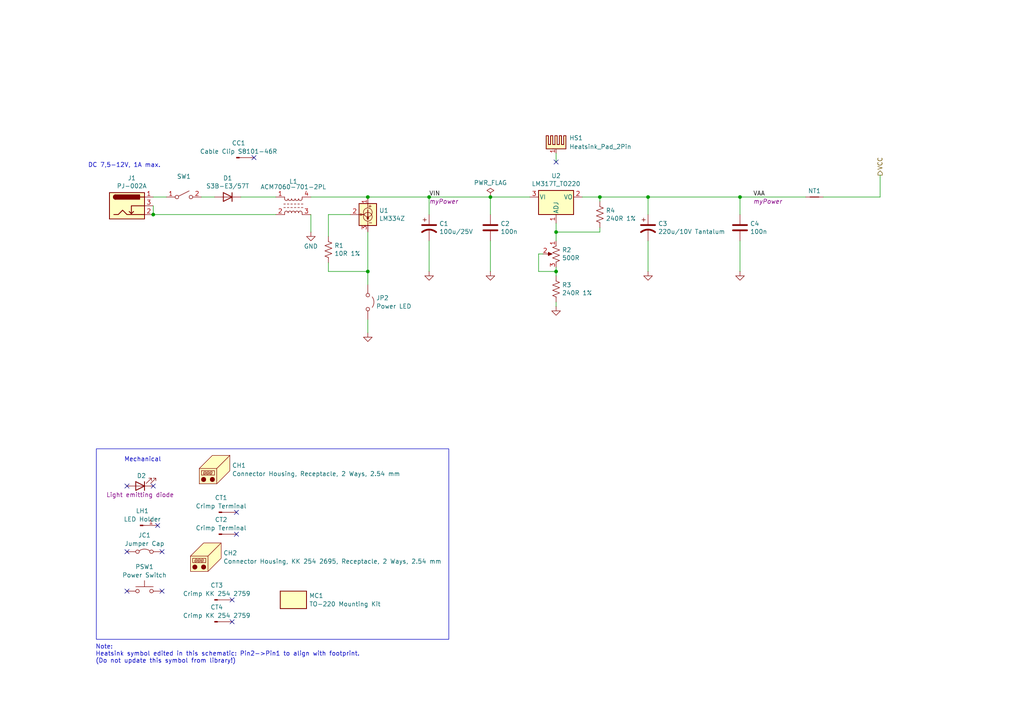
<source format=kicad_sch>
(kicad_sch (version 20250114) (generator "eeschema") (generator_version "9.0")
  (paper "A4")
  (title_block (title "Power") (company "University of Niš, Faculty of Electronic Engineering, Department of Microelectronics") (comment 1 "Product: Temperature Logger TL-01"))
  (lib_symbols
    (symbol "Conn_01x01_Pin_1" (pin_numbers (hide yes)) (pin_names (offset 1.016) (hide yes))
      (property "Reference" "J" (at 0 2.54 0))
      (property "Value" "Conn_01x01_Pin" (at 0 -2.54 0))
      (symbol "Conn_01x01_Pin_1_1_1"
        (rectangle (start 0.8636 0.127) (end 0 -0.127) (stroke (width 0.1524)) (fill (type outline)))
        (polyline (pts (xy 1.27 0) (xy 0.8636 0)) (stroke (width 0.1524)))
        (pin passive line (at 5.08 0 180) (length 3.81) (name "Pin_1") (number "1"))
      )
    )
    (symbol "Conn_01x01_Pin_2" (pin_numbers (hide yes)) (pin_names (offset 1.016) (hide yes))
      (property "Reference" "J" (at 0 2.54 0))
      (property "Value" "Conn_01x01_Pin" (at 0 -2.54 0))
      (symbol "Conn_01x01_Pin_2_1_1"
        (rectangle (start 0.8636 0.127) (end 0 -0.127) (stroke (width 0.1524)) (fill (type outline)))
        (polyline (pts (xy 1.27 0) (xy 0.8636 0)) (stroke (width 0.1524)))
        (pin passive line (at 5.08 0 180) (length 3.81) (name "Pin_1") (number "1"))
      )
    )
    (symbol "Conn_01x01_Pin_3" (pin_numbers (hide yes)) (pin_names (offset 1.016) (hide yes))
      (property "Reference" "J" (at 0 2.54 0))
      (property "Value" "Conn_01x01_Pin" (at 0 -2.54 0))
      (symbol "Conn_01x01_Pin_3_1_1"
        (rectangle (start 0.8636 0.127) (end 0 -0.127) (stroke (width 0.1524)) (fill (type outline)))
        (polyline (pts (xy 1.27 0) (xy 0.8636 0)) (stroke (width 0.1524)))
        (pin passive line (at 5.08 0 180) (length 3.81) (name "Pin_1") (number "1"))
      )
    )
    (symbol "Connector:Barrel_Jack_Switch" (pin_names (hide yes))
      (property "Reference" "J" (at 0 5.334 0))
      (property "Value" "Barrel_Jack_Switch" (at 0 -5.08 0))
      (symbol "Barrel_Jack_Switch_0_1"
        (rectangle (start -5.08 3.81) (end 5.08 -3.81) (stroke (width 0.254)) (fill (type background)))
        (polyline (pts (xy -3.81 -2.54) (xy -2.54 -2.54) (xy -1.27 -1.27) (xy 0 -2.54) (xy 2.54 -2.54) (xy 5.08 -2.54)) (stroke (width 0.254)))
        (arc (start -3.302 1.905) (mid -3.9343 2.54) (end -3.302 3.175) (stroke (width 0.254)))
        (arc (start -3.302 1.905) (mid -3.9343 2.54) (end -3.302 3.175) (stroke (width 0.254)) (fill (type outline)))
        (polyline (pts (xy 1.27 -2.286) (xy 1.905 -1.651)) (stroke (width 0.254)))
        (rectangle (start 3.683 3.175) (end -3.302 1.905) (stroke (width 0.254)) (fill (type outline)))
        (polyline (pts (xy 5.08 2.54) (xy 3.81 2.54)) (stroke (width 0.254)))
        (polyline (pts (xy 5.08 0) (xy 1.27 0) (xy 1.27 -2.286) (xy 0.635 -1.651)) (stroke (width 0.254)))
      )
      (symbol "Barrel_Jack_Switch_1_1"
        (pin passive line (at 7.62 2.54 180) (length 2.54) (name "~") (number "1"))
        (pin passive line (at 7.62 0 180) (length 2.54) (name "~") (number "3"))
        (pin passive line (at 7.62 -2.54 180) (length 2.54) (name "~") (number "2"))
      )
    )
    (symbol "Connector:Conn_01x01_Pin" (pin_names (offset 1.016) (hide yes))
      (property "Reference" "J" (at 0 2.54 0))
      (property "Value" "Conn_01x01_Pin" (at 0 -2.54 0))
      (symbol "Conn_01x01_Pin_1_1"
        (rectangle (start 0.8636 0.127) (end 0 -0.127) (stroke (width 0.1524)) (fill (type outline)))
        (polyline (pts (xy 1.27 0) (xy 0.8636 0)) (stroke (width 0.1524)))
        (pin passive line (at 5.08 0 180) (length 3.81) (name "Pin_1") (number "1"))
      )
    )
    (symbol "Device:C" (pin_numbers (hide yes)) (pin_names (offset 0.254))
      (property "Reference" "C" (at 0.635 2.54 0))
      (property "Value" "C" (at 0.635 -2.54 0))
      (symbol "C_0_1"
        (polyline (pts (xy -2.032 0.762) (xy 2.032 0.762)) (stroke (width 0.508)))
        (polyline (pts (xy -2.032 -0.762) (xy 2.032 -0.762)) (stroke (width 0.508)))
      )
      (symbol "C_1_1"
        (pin passive line (at 0 3.81 270) (length 2.794) (name "~") (number "1"))
        (pin passive line (at 0 -3.81 90) (length 2.794) (name "~") (number "2"))
      )
    )
    (symbol "Device:C_Polarized_US" (pin_numbers (hide yes)) (pin_names (offset 0.254) (hide yes))
      (property "Reference" "C" (at 0.635 2.54 0))
      (property "Value" "C_Polarized_US" (at 0.635 -2.54 0))
      (symbol "C_Polarized_US_0_1"
        (polyline (pts (xy -2.032 0.762) (xy 2.032 0.762)) (stroke (width 0.508)))
        (polyline (pts (xy -1.778 2.286) (xy -0.762 2.286)))
        (polyline (pts (xy -1.27 1.778) (xy -1.27 2.794)))
        (arc (start -2.032 -1.27) (mid 0 -0.5572) (end 2.032 -1.27) (stroke (width 0.508)))
      )
      (symbol "C_Polarized_US_1_1"
        (pin passive line (at 0 3.81 270) (length 2.794) (name "~") (number "1"))
        (pin passive line (at 0 -3.81 90) (length 3.302) (name "~") (number "2"))
      )
    )
    (symbol "Device:LED" (pin_numbers (hide yes)) (pin_names (offset 1.016) (hide yes))
      (property "Reference" "D" (at 0 2.54 0))
      (property "Value" "LED" (at 0 -2.54 0))
      (symbol "LED_0_1"
        (polyline (pts (xy -3.048 -0.762) (xy -4.572 -2.286) (xy -3.81 -2.286) (xy -4.572 -2.286) (xy -4.572 -1.524)))
        (polyline (pts (xy -1.778 -0.762) (xy -3.302 -2.286) (xy -2.54 -2.286) (xy -3.302 -2.286) (xy -3.302 -1.524)))
        (polyline (pts (xy -1.27 0) (xy 1.27 0)))
        (polyline (pts (xy -1.27 -1.27) (xy -1.27 1.27)) (stroke (width 0.254)))
        (polyline (pts (xy 1.27 -1.27) (xy 1.27 1.27) (xy -1.27 0) (xy 1.27 -1.27)) (stroke (width 0.254)))
      )
      (symbol "LED_1_1"
        (pin passive line (at -3.81 0 0) (length 2.54) (name "K") (number "1"))
        (pin passive line (at 3.81 0 180) (length 2.54) (name "A") (number "2"))
      )
    )
    (symbol "Device:NetTie_2" (pin_numbers (hide yes)) (pin_names (offset 0) (hide yes)) (in_bom no)
      (property "Reference" "NT" (at 0 1.27 0))
      (property "Value" "NetTie_2" (at 0 -1.27 0))
      (symbol "NetTie_2_0_1"
        (polyline (pts (xy -1.27 0) (xy 1.27 0)) (stroke (width 0.254)))
      )
      (symbol "NetTie_2_1_1"
        (pin passive line (at -2.54 0 0) (length 2.54) (name "1") (number "1"))
        (pin passive line (at 2.54 0 180) (length 2.54) (name "2") (number "2"))
      )
    )
    (symbol "Device:R_Potentiometer_US" (pin_names (offset 1.016) (hide yes))
      (property "Reference" "RV" (at -4.445 0 90))
      (property "Value" "R_Potentiometer_US" (at -2.54 0 90))
      (symbol "R_Potentiometer_US_0_1"
        (polyline (pts (xy 0 2.54) (xy 0 2.286)))
        (polyline (pts (xy 0 2.286) (xy 1.016 1.905) (xy 0 1.524) (xy -1.016 1.143) (xy 0 0.762)))
        (polyline (pts (xy 0 0.762) (xy 1.016 0.381) (xy 0 0) (xy -1.016 -0.381) (xy 0 -0.762)))
        (polyline (pts (xy 0 -0.762) (xy 1.016 -1.143) (xy 0 -1.524) (xy -1.016 -1.905) (xy 0 -2.286)))
        (polyline (pts (xy 0 -2.286) (xy 0 -2.54)))
        (polyline (pts (xy 1.143 0) (xy 2.286 0.508) (xy 2.286 -0.508) (xy 1.143 0)) (fill (type outline)))
        (polyline (pts (xy 2.54 0) (xy 1.524 0)))
      )
      (symbol "R_Potentiometer_US_1_1"
        (pin passive line (at 0 3.81 270) (length 1.27) (name "1") (number "1"))
        (pin passive line (at 0 -3.81 90) (length 1.27) (name "3") (number "3"))
        (pin passive line (at 3.81 0 180) (length 1.27) (name "2") (number "2"))
      )
    )
    (symbol "Device:R_US" (pin_numbers (hide yes)) (pin_names (offset 0))
      (property "Reference" "R" (at 2.54 0 90))
      (property "Value" "R_US" (at -2.54 0 90))
      (symbol "R_US_0_1"
        (polyline (pts (xy 0 2.286) (xy 0 2.54)))
        (polyline (pts (xy 0 2.286) (xy 1.016 1.905) (xy 0 1.524) (xy -1.016 1.143) (xy 0 0.762)))
        (polyline (pts (xy 0 0.762) (xy 1.016 0.381) (xy 0 0) (xy -1.016 -0.381) (xy 0 -0.762)))
        (polyline (pts (xy 0 -0.762) (xy 1.016 -1.143) (xy 0 -1.524) (xy -1.016 -1.905) (xy 0 -2.286)))
        (polyline (pts (xy 0 -2.286) (xy 0 -2.54)))
      )
      (symbol "R_US_1_1"
        (pin passive line (at 0 3.81 270) (length 1.27) (name "~") (number "1"))
        (pin passive line (at 0 -3.81 90) (length 1.27) (name "~") (number "2"))
      )
    )
    (symbol "Diode:1N4001" (pin_numbers (hide yes)) (pin_names (hide yes))
      (property "Reference" "D" (at 0 2.54 0))
      (property "Value" "1N4001" (at 0 -2.54 0))
      (symbol "1N4001_0_1"
        (polyline (pts (xy -1.27 1.27) (xy -1.27 -1.27)) (stroke (width 0.254)))
        (polyline (pts (xy 1.27 1.27) (xy 1.27 -1.27) (xy -1.27 0) (xy 1.27 1.27)) (stroke (width 0.254)))
        (polyline (pts (xy 1.27 0) (xy -1.27 0)))
      )
      (symbol "1N4001_1_1"
        (pin passive line (at -3.81 0 0) (length 2.54) (name "K") (number "1"))
        (pin passive line (at 3.81 0 180) (length 2.54) (name "A") (number "2"))
      )
    )
    (symbol "Jumper:Jumper_2_Bridged" (pin_numbers (hide yes)) (pin_names (offset 0) (hide yes)) (exclude_from_sim yes)
      (property "Reference" "JP" (at 0 1.905 0))
      (property "Value" "Jumper_2_Bridged" (at 0 -2.54 0))
      (symbol "Jumper_2_Bridged_0_0"
        (circle (center -2.032 0) (radius 0.508))
        (circle (center 2.032 0) (radius 0.508))
      )
      (symbol "Jumper_2_Bridged_0_1"
        (arc (start -1.524 0.254) (mid 0 0.762) (end 1.524 0.254))
      )
      (symbol "Jumper_2_Bridged_1_1"
        (pin passive line (at -5.08 0 0) (length 2.54) (name "A") (number "1"))
        (pin passive line (at 5.08 0 180) (length 2.54) (name "B") (number "2"))
      )
    )
    (symbol "Jumper:Jumper_2_Open" (pin_numbers (hide yes)) (pin_names (offset 0) (hide yes)) (exclude_from_sim yes)
      (property "Reference" "JP" (at 0 2.794 0))
      (property "Value" "Jumper_2_Open" (at 0 -2.286 0))
      (symbol "Jumper_2_Open_0_0"
        (circle (center -2.032 0) (radius 0.508))
        (circle (center 2.032 0) (radius 0.508))
      )
      (symbol "Jumper_2_Open_0_1"
        (arc (start -1.524 1.27) (mid 0 1.778) (end 1.524 1.27))
      )
      (symbol "Jumper_2_Open_1_1"
        (pin passive line (at -5.08 0 0) (length 2.54) (name "A") (number "1"))
        (pin passive line (at 5.08 0 180) (length 2.54) (name "B") (number "2"))
      )
    )
    (symbol "Mechanical:Heatsink_Pad" (pin_names (offset 0))
      (property "Reference" "HS" (at 0 5.715 0))
      (property "Value" "Heatsink_Pad" (at 0 3.81 0))
      (symbol "Heatsink_Pad_0_1"
        (polyline (pts (xy -0.3302 0) (xy -0.9652 0) (xy -0.9652 2.54) (xy -1.6002 2.54) (xy -1.6002 0) (xy -2.2352 0) (xy -2.2352 2.54) (xy -2.8702 2.54) (xy -2.8702 -1.27) (xy -0.9652 -1.27)) (stroke (width 0.254)) (fill (type background)))
        (polyline (pts (xy -0.3302 0) (xy -0.3302 2.54) (xy 0.3048 2.54) (xy 0.3048 0) (xy 0.9398 0) (xy 0.9398 2.54) (xy 1.5748 2.54) (xy 1.5748 0) (xy 2.2098 0) (xy 2.2098 2.54) (xy 2.8448 2.54) (xy 2.8448 -1.27) (xy -0.9652 -1.27)) (stroke (width 0.254)) (fill (type background)))
      )
      (symbol "Heatsink_Pad_1_1"
        (pin passive line (at 0 -2.54 90) (length 1.27) (name "~") (number "1"))
      )
    )
    (symbol "Mechanical:Housing" (pin_names (offset 1.016)) (exclude_from_sim yes)
      (property "Reference" "N" (at 3.81 0 0))
      (property "Value" "Housing" (at 3.81 -1.905 0))
      (symbol "Housing_0_1"
        (polyline (pts (xy -5.715 0) (xy -0.635 0) (xy 3.175 3.81)))
        (polyline (pts (xy -5.715 0) (xy -5.715 -4.445) (xy -0.635 -4.445) (xy 3.175 -0.635) (xy 3.175 3.81) (xy -1.905 3.81) (xy -5.715 0)) (fill (type background)))
        (rectangle (start -5.08 -0.635) (end -1.27 -1.905))
        (polyline (pts (xy -4.5212 -1.5748) (xy -4.4704 -1.3716)))
        (circle (center -4.445 -3.175) (radius 0.635) (fill (type outline)))
        (polyline (pts (xy -4.4196 -1.2192) (xy -4.3688 -0.9652)))
        (polyline (pts (xy -4.4196 -1.6764) (xy -4.064 -1.6764)))
        (polyline (pts (xy -4.318 -1.3208) (xy -4.0132 -1.3208)))
        (polyline (pts (xy -4.2164 -0.9144) (xy -3.9116 -0.9144)))
        (polyline (pts (xy -3.9116 -1.6256) (xy -3.8608 -1.3716)))
        (polyline (pts (xy -3.81 -1.2192) (xy -3.7592 -0.9652)))
        (polyline (pts (xy -3.6068 -1.5748) (xy -3.556 -1.3716)))
        (polyline (pts (xy -3.5052 -1.2192) (xy -3.4544 -0.9652)))
        (polyline (pts (xy -3.5052 -1.6764) (xy -3.1496 -1.6764)))
        (polyline (pts (xy -3.4036 -1.3208) (xy -3.0988 -1.3208)))
        (polyline (pts (xy -3.302 -0.9144) (xy -2.9972 -0.9144)))
        (polyline (pts (xy -2.9972 -1.6256) (xy -2.9464 -1.3716)))
        (polyline (pts (xy -2.8956 -1.2192) (xy -2.8448 -0.9652)))
        (polyline (pts (xy -2.6924 -1.5748) (xy -2.6416 -1.3716)))
        (polyline (pts (xy -2.5908 -1.2192) (xy -2.54 -0.9652)))
        (polyline (pts (xy -2.5908 -1.6764) (xy -2.2352 -1.6764)))
        (polyline (pts (xy -2.4892 -1.3208) (xy -2.1844 -1.3208)))
        (polyline (pts (xy -2.3876 -0.9144) (xy -2.0828 -0.9144)))
        (polyline (pts (xy -2.0828 -1.6256) (xy -2.032 -1.3716)))
        (polyline (pts (xy -1.9812 -1.2192) (xy -1.9304 -0.9652)))
        (circle (center -1.905 -3.175) (radius 0.635) (fill (type outline)))
        (polyline (pts (xy -0.635 0) (xy -0.635 -4.445)))
      )
    )
    (symbol "Reference_Current:LM334Z"
      (property "Reference" "U" (at 0.635 6.35 0))
      (property "Value" "LM334Z" (at 0.635 4.445 0))
      (symbol "LM334Z_0_1"
        (rectangle (start -2.54 3.175) (end 2.54 -3.175) (stroke (width 0.254)) (fill (type background)))
        (polyline (pts (xy -1.143 -2.413) (xy -0.381 -2.413)))
        (polyline (pts (xy -1.016 2.413) (xy -0.254 2.413)))
        (polyline (pts (xy -0.635 2.794) (xy -0.635 2.032)))
        (polyline (pts (xy 0 5.08) (xy 0 1.905)))
        (polyline (pts (xy 0 1.397) (xy 0 -1.397)) (stroke (width 0.254)))
        (circle (center 0 0.635) (radius 1.27))
        (circle (center 0 -0.635) (radius 1.27))
        (polyline (pts (xy 0 -1.397) (xy -0.254 -0.889) (xy 0.254 -0.889) (xy 0 -1.397)) (stroke (width 0.254)))
        (polyline (pts (xy 0 -1.905) (xy 0 -5.08)))
        (polyline (pts (xy 1.27 0) (xy 2.159 0.254) (xy 2.159 -0.254) (xy 1.27 0)))
        (polyline (pts (xy 2.54 0) (xy 1.27 0)))
      )
      (symbol "LM334Z_1_1"
        (pin passive line (at 0 5.08 270) (length 2.54) (name "~") (number "1"))
        (pin passive line (at 0 -5.08 90) (length 2.54) (name "~") (number "3"))
        (pin passive line (at 5.08 0 180) (length 2.54) (name "~") (number "2"))
      )
    )
    (symbol "Regulator_Linear:LM317L_TO92" (pin_names (offset 0.254))
      (property "Reference" "U" (at -3.81 3.175 0))
      (property "Value" "LM317L_TO92" (at 0 3.175 0))
      (symbol "LM317L_TO92_0_1"
        (rectangle (start -5.08 1.905) (end 5.08 -5.08) (stroke (width 0.254)) (fill (type background)))
      )
      (symbol "LM317L_TO92_1_1"
        (pin power_in line (at -7.62 0 0) (length 2.54) (name "VI") (number "3"))
        (pin input line (at 0 -7.62 90) (length 2.54) (name "ADJ") (number "1"))
        (pin power_out line (at 7.62 0 180) (length 2.54) (name "VO") (number "2"))
      )
    )
    (symbol "Switch:SW_Push" (pin_numbers (hide yes)) (pin_names (offset 1.016) (hide yes))
      (property "Reference" "SW" (at 1.27 2.54 0))
      (property "Value" "SW_Push" (at 0 -1.524 0))
      (symbol "SW_Push_0_1"
        (circle (center -2.032 0) (radius 0.508))
        (polyline (pts (xy 0 1.27) (xy 0 3.048)))
        (circle (center 2.032 0) (radius 0.508))
        (polyline (pts (xy 2.54 1.27) (xy -2.54 1.27)))
        (pin passive line (at -5.08 0 0) (length 2.54) (name "1") (number "1"))
        (pin passive line (at 5.08 0 180) (length 2.54) (name "2") (number "2"))
      )
    )
    (symbol "Switch:SW_SPST" (pin_names (offset 0) (hide yes))
      (property "Reference" "SW" (at 0 3.175 0))
      (property "Value" "SW_SPST" (at 0 -2.54 0))
      (symbol "SW_SPST_0_0"
        (circle (center -2.032 0) (radius 0.508))
        (polyline (pts (xy -1.524 0.254) (xy 1.524 1.778)))
        (circle (center 2.032 0) (radius 0.508))
      )
      (symbol "SW_SPST_1_1"
        (pin passive line (at -5.08 0 0) (length 2.54) (name "A") (number "1"))
        (pin passive line (at 5.08 0 180) (length 2.54) (name "B") (number "2"))
      )
    )
    (symbol "ZP_Library:ACM7060" (pin_names (offset 0.254) (hide yes))
      (property "Reference" "L" (at 0 4.445 0))
      (property "Value" "ACM7060" (at 0 -4.445 0))
      (symbol "ACM7060_0_1"
        (polyline (pts (xy -2.794 0.508) (xy -2.286 0.508)))
        (polyline (pts (xy -2.794 -0.508) (xy -2.286 -0.508)))
        (polyline (pts (xy -2.54 2.032) (xy -2.54 2.54)))
        (polyline (pts (xy -2.54 -2.032) (xy -2.54 -2.54)))
        (arc (start -1.524 2.032) (mid -2.032 1.524) (end -2.54 2.032))
        (arc (start -2.54 -2.032) (mid -2.032 -1.524) (end -1.524 -2.032))
        (polyline (pts (xy -1.778 0.508) (xy -1.27 0.508)))
        (polyline (pts (xy -1.778 -0.508) (xy -1.27 -0.508)))
        (arc (start -0.508 2.032) (mid -1.016 1.524) (end -1.524 2.032))
        (arc (start -1.524 -2.032) (mid -1.016 -1.524) (end -0.508 -2.032))
        (polyline (pts (xy -0.762 0.508) (xy -0.254 0.508)))
        (polyline (pts (xy -0.762 -0.508) (xy -0.254 -0.508)))
        (arc (start 0.508 2.032) (mid 0 1.524) (end -0.508 2.032))
        (arc (start -0.508 -2.032) (mid 0 -1.524) (end 0.508 -2.032))
        (polyline (pts (xy 0.254 0.508) (xy 0.762 0.508)))
        (polyline (pts (xy 0.254 -0.508) (xy 0.762 -0.508)))
        (arc (start 1.524 2.032) (mid 1.016 1.524) (end 0.508 2.032))
        (arc (start 0.508 -2.032) (mid 1.016 -1.524) (end 1.524 -2.032))
        (polyline (pts (xy 1.27 0.508) (xy 1.778 0.508)))
        (polyline (pts (xy 1.27 -0.508) (xy 1.778 -0.508)))
        (arc (start 2.54 2.032) (mid 2.032 1.524) (end 1.524 2.032))
        (arc (start 1.524 -2.032) (mid 2.032 -1.524) (end 2.54 -2.032))
        (polyline (pts (xy 2.286 0.508) (xy 2.794 0.508)))
        (polyline (pts (xy 2.286 -0.508) (xy 2.794 -0.508)))
        (polyline (pts (xy 2.54 2.54) (xy 2.54 2.032)))
        (polyline (pts (xy 2.54 -2.032) (xy 2.54 -2.54)))
      )
      (symbol "ACM7060_1_1"
        (pin passive line (at -5.08 2.54 0) (length 2.54) (name "1") (number "1"))
        (pin passive line (at -5.08 -2.54 0) (length 2.54) (name "2") (number "2"))
        (pin passive line (at 5.08 2.54 180) (length 2.54) (name "4") (number "4"))
        (pin passive line (at 5.08 -2.54 180) (length 2.54) (name "3") (number "3"))
      )
    )
    (symbol "ZP_Library:Dummy"
      (property "Reference" "U" (at -3.81 4.318 0))
      (property "Value" "Dummy" (at 3.556 4.572 0))
      (symbol "Dummy_0_1"
        (rectangle (start -3.81 2.54) (end 3.81 -2.54) (stroke (width 0.254)) (fill (type background)))
      )
    )
    (symbol "power:GND" (power) (pin_numbers (hide yes)) (pin_names (offset 0) (hide yes))
      (property "Value" "GND" (at 0 -3.81 0))
      (symbol "GND_0_1"
        (polyline (pts (xy 0 0) (xy 0 -1.27) (xy 1.27 -1.27) (xy 0 -2.54) (xy -1.27 -1.27) (xy 0 -1.27)))
      )
      (symbol "GND_1_1"
        (pin power_in line (at 0 0 270) (length 0) (name "~") (number "1"))
      )
    )
    (symbol "power:PWR_FLAG" (power) (pin_numbers (hide yes)) (pin_names (offset 0) (hide yes))
      (property "Value" "PWR_FLAG" (at 0 3.81 0))
      (symbol "PWR_FLAG_0_0"
        (pin power_out line (at 0 0 90) (length 0) (name "~") (number "1"))
      )
      (symbol "PWR_FLAG_0_1"
        (polyline (pts (xy 0 0) (xy 0 1.27) (xy -1.016 1.905) (xy 0 2.54) (xy 1.016 1.905) (xy 0 1.27)))
      )
    )
  )
  (rectangle (start 27.94 130.175) (end 130.175 185.42))
  (text "Note:\nHeatsink symbol edited in this schematic: Pin2->Pin1 to align with footprint.\n(Do not update this symbol from library!)" (at 27.686 189.738 0) (effects (font (size 1.27 1.27)) (justify left)))
  (text "Mechanical" (at 41.402 133.35 0) (effects (font (size 1.27 1.27))))
  (text "DC 7,5-12V, 1A max." (at 36.068 48.006 0) (effects (font (size 1.27 1.27))))
  (junction (at 106.68 57.15))
  (junction (at 124.46 57.15))
  (junction (at 161.29 67.31))
  (junction (at 106.68 78.74))
  (junction (at 173.99 57.15))
  (junction (at 161.29 78.74))
  (junction (at 44.45 62.23))
  (junction (at 187.96 57.15))
  (junction (at 214.63 57.15))
  (junction (at 142.24 57.15))
  (no_connect (at 46.99 171.45))
  (no_connect (at 68.58 148.59))
  (no_connect (at 36.83 171.45))
  (no_connect (at 67.31 173.99))
  (no_connect (at 67.31 180.34))
  (no_connect (at 161.29 46.99))
  (no_connect (at 73.66 45.72))
  (no_connect (at 36.83 140.97))
  (no_connect (at 36.83 160.02))
  (no_connect (at 68.58 154.94))
  (no_connect (at 44.45 140.97))
  (no_connect (at 45.72 152.4))
  (no_connect (at 46.99 160.02))
  (wire (pts (xy 161.29 44.45) (xy 161.29 46.99)))
  (wire (pts (xy 156.21 73.66) (xy 157.48 73.66)))
  (wire (pts (xy 161.29 87.63) (xy 161.29 88.9)))
  (wire (pts (xy 214.63 57.15) (xy 233.68 57.15)))
  (wire (pts (xy 44.45 62.23) (xy 80.01 62.23)))
  (wire (pts (xy 106.68 92.71) (xy 106.68 96.52)))
  (wire (pts (xy 124.46 69.85) (xy 124.46 78.74)))
  (wire (pts (xy 238.76 57.15) (xy 255.27 57.15)))
  (wire (pts (xy 161.29 78.74) (xy 156.21 78.74)))
  (wire (pts (xy 101.6 62.23) (xy 95.25 62.23)))
  (wire (pts (xy 156.21 78.74) (xy 156.21 73.66)))
  (wire (pts (xy 187.96 62.23) (xy 187.96 57.15)))
  (wire (pts (xy 214.63 62.23) (xy 214.63 57.15)))
  (wire (pts (xy 44.45 57.15) (xy 48.26 57.15)))
  (wire (pts (xy 173.99 66.04) (xy 173.99 67.31)))
  (wire (pts (xy 214.63 69.85) (xy 214.63 78.74)))
  (wire (pts (xy 173.99 67.31) (xy 161.29 67.31)))
  (wire (pts (xy 187.96 57.15) (xy 173.99 57.15)))
  (wire (pts (xy 44.45 59.69) (xy 44.45 62.23)))
  (wire (pts (xy 161.29 78.74) (xy 161.29 80.01)))
  (wire (pts (xy 173.99 57.15) (xy 173.99 58.42)))
  (wire (pts (xy 187.96 69.85) (xy 187.96 78.74)))
  (wire (pts (xy 58.42 57.15) (xy 62.23 57.15)))
  (wire (pts (xy 106.68 78.74) (xy 106.68 67.31)))
  (wire (pts (xy 106.68 57.15) (xy 124.46 57.15)))
  (wire (pts (xy 124.46 57.15) (xy 124.46 62.23)))
  (wire (pts (xy 95.25 78.74) (xy 106.68 78.74)))
  (wire (pts (xy 168.91 57.15) (xy 173.99 57.15)))
  (wire (pts (xy 161.29 67.31) (xy 161.29 69.85)))
  (wire (pts (xy 95.25 76.2) (xy 95.25 78.74)))
  (wire (pts (xy 214.63 57.15) (xy 187.96 57.15)))
  (wire (pts (xy 90.17 62.23) (xy 90.17 67.31)))
  (wire (pts (xy 161.29 67.31) (xy 161.29 64.77)))
  (wire (pts (xy 106.68 78.74) (xy 106.68 82.55)))
  (wire (pts (xy 95.25 62.23) (xy 95.25 68.58)))
  (wire (pts (xy 161.29 77.47) (xy 161.29 78.74)))
  (wire (pts (xy 124.46 57.15) (xy 142.24 57.15)))
  (wire (pts (xy 142.24 57.15) (xy 142.24 62.23)))
  (wire (pts (xy 69.85 57.15) (xy 80.01 57.15)))
  (wire (pts (xy 142.24 57.15) (xy 153.67 57.15)))
  (wire (pts (xy 142.24 69.85) (xy 142.24 78.74)))
  (wire (pts (xy 90.17 57.15) (xy 106.68 57.15)))
  (wire (pts (xy 255.27 50.8) (xy 255.27 57.15)))
  (label "VIN" (at 124.46 57.15 0) (property "Netclass" "myPower" (at 124.46 58.42 0) (effects (font (italic yes)) (justify left))))
  (label "VAA" (at 218.44 57.15 0) (property "Netclass" "myPower" (at 218.44 58.42 0) (effects (font (italic yes)) (justify left))))
  (hierarchical_label "VCC" (shape output) (at 255.27 50.8 90))
  (symbol (lib_id "power:GND") (at 124.46 78.74 0) (unit 1)
    (property "Reference" "#PWR051" (effects (hide yes)))
    (property "Value" "GND" (effects (hide yes)))
    (property "Description" "Power symbol creates a global label with name \"GND\" , ground" (effects (hide yes)))
  )
  (symbol (lib_id "Reference_Current:LM334Z") (at 106.68 62.23 0) (mirror y) (unit 1)
    (property "Reference" "U1" (at 109.9566 61.0616 0) (effects (justify right)))
    (property "Value" "LM334Z" (at 109.9566 63.373 0) (effects (justify right)))
    (property "Footprint" "Package_TO_SOT_THT:TO-92_Inline" (effects (hide yes)))
    (property "Datasheet" "http://www.ti.com/lit/ds/symlink/lm134.pdf" (effects (hide yes)))
    (property "Description" "1μA to 10mA 3-Terminal Adjustable Current Source, TO-92" (effects (hide yes)))
    (property "Farnell" "1564650" (effects (hide yes)))
  )
  (symbol (lib_id "Mechanical:Heatsink_Pad") (at 161.29 41.91 0) (unit 1)
    (property "Reference" "HS1" (at 165.1 40.0049 0) (effects (justify left)))
    (property "Value" "Heatsink_Pad_2Pin" (at 165.1 42.5449 0) (effects (justify left)))
    (property "Footprint" "Heatsink:Heatsink_Fischer_SK104-STC-STIC_35x13mm_2xDrill2.5mm" (effects (hide yes)))
    (property "Description" "Heatsink with electrical connection, 1 pin" (effects (hide yes)))
    (property "Farnell" "1213463" (effects (hide yes)))
  )
  (symbol (lib_id "ZP_Library:Dummy") (at 85.09 173.99 0) (unit 1) (on_board no)
    (property "Reference" "MC1" (at 89.662 172.7778 0) (effects (justify left)))
    (property "Value" "TO-220 Mounting Kit" (at 89.662 175.2021 0) (effects (justify left)))
    (property "Description" "Generic connector, single row, 01x01, script generated" (effects (hide yes)))
    (property "Farnell" "1298031" (effects (hide yes)))
  )
  (symbol (lib_id "Device:R_US") (at 161.29 83.82 0) (unit 1)
    (property "Reference" "R3" (at 163.0172 82.6516 0) (effects (justify left)))
    (property "Value" "240R 1%" (at 163.0172 84.963 0) (effects (justify left)))
    (property "Footprint" "Resistor_THT:R_Axial_DIN0207_L6.3mm_D2.5mm_P7.62mm_Horizontal" (effects (hide yes)))
    (property "Description" "Resistor, US symbol" (effects (hide yes)))
    (property "Farnell" "9341587" (effects (hide yes)))
  )
  (symbol (lib_id "power:PWR_FLAG") (at 142.24 57.15 0) (unit 1)
    (property "Reference" "#FLG08" (effects (hide yes)))
    (property "Value" "PWR_FLAG" (at 142.24 53.0169 0))
    (property "Description" "Special symbol for telling ERC where power comes from" (effects (hide yes)))
  )
  (symbol (lib_id "Device:LED") (at 40.64 140.97 180) (unit 1) (on_board no)
    (property "Reference" "D2" (at 39.6748 137.9982 0) (effects (justify right)))
    (property "Value" "PLED" (effects (hide yes)))
    (property "Footprint" "Connector_PinHeader_2.54mm:PinHeader_1x02_P2.54mm_Vertical" (effects (hide yes)))
    (property "Description" "Light emitting diode" (at 40.64 143.51 0))
    (property "Farnell" "1581217" (effects (hide yes)))
    (property "Sim.Pins" "1=K 2=A" (effects (hide yes)))
  )
  (symbol (lib_id "Device:NetTie_2") (at 236.22 57.15 0) (unit 1) (in_bom no)
    (property "Reference" "NT1" (at 236.22 55.372 0))
    (property "Value" "NetTie_2" (effects (hide yes)))
    (property "Footprint" "NetTie:NetTie-2_SMD_Pad0.5mm" (effects (hide yes)))
    (property "Description" "Net tie, 2 pins" (effects (hide yes)))
  )
  (symbol (lib_id "power:GND") (at 106.68 96.52 0) (unit 1)
    (property "Reference" "#PWR03" (effects (hide yes)))
    (property "Value" "GND" (effects (hide yes)))
    (property "Description" "Power symbol creates a global label with name \"GND\" , ground" (effects (hide yes)))
  )
  (symbol (lib_name "Conn_01x01_Pin_3") (lib_id "Connector:Conn_01x01_Pin") (at 68.58 45.72 0) (unit 1)
    (property "Reference" "CC1" (at 69.215 41.4993 0))
    (property "Value" "Cable Clip S8101-46R" (at 69.215 43.9236 0))
    (property "Footprint" "ZP_Library:S8101-46R" (effects (hide yes)))
    (property "Description" "Generic connector, single row, 01x01, script generated" (effects (hide yes)))
    (property "Farnell" "1859383" (effects (hide yes)))
  )
  (symbol (lib_id "Device:R_Potentiometer_US") (at 161.29 73.66 0) (mirror y) (unit 1)
    (property "Reference" "R2" (at 163.0172 72.4916 0) (effects (justify right)))
    (property "Value" "500R" (at 163.0172 74.803 0) (effects (justify right)))
    (property "Footprint" "Potentiometer_THT:Potentiometer_Bourns_3296W_Vertical" (effects (hide yes)))
    (property "Description" "Potentiometer, US symbol" (effects (hide yes)))
    (property "Farnell" "9353283" (effects (hide yes)))
  )
  (symbol (lib_id "power:GND") (at 214.63 78.74 0) (unit 1)
    (property "Reference" "#PWR06" (effects (hide yes)))
    (property "Value" "GND" (effects (hide yes)))
    (property "Description" "Power symbol creates a global label with name \"GND\" , ground" (effects (hide yes)))
  )
  (symbol (lib_id "Jumper:Jumper_2_Open") (at 106.68 87.63 270) (unit 1) (exclude_from_sim yes)
    (property "Reference" "JP2" (at 109.093 86.4178 90) (effects (justify left)))
    (property "Value" "Power LED" (at 109.093 88.8421 90) (effects (justify left)))
    (property "Footprint" "Connector_PinHeader_2.54mm:PinHeader_1x02_P2.54mm_Vertical" (effects (hide yes)))
    (property "Description" "Jumper, 2-pole, open" (effects (hide yes)))
    (property "Farnell" "1248140" (effects (hide yes)))
  )
  (symbol (lib_name "Conn_01x01_Pin_1") (lib_id "Connector:Conn_01x01_Pin") (at 62.23 180.34 0) (unit 1) (on_board no)
    (property "Reference" "CT4" (at 62.865 176.1193 0))
    (property "Value" "Crimp KK 254 2759" (at 62.865 178.5436 0))
    (property "Description" "Generic connector, single row, 01x01, script generated" (effects (hide yes)))
    (property "Farnell" "4233868 " (effects (hide yes)))
  )
  (symbol (lib_name "Conn_01x01_Pin_1") (lib_id "Connector:Conn_01x01_Pin") (at 63.5 148.59 0) (unit 1) (on_board no)
    (property "Reference" "CT1" (at 64.135 144.3693 0))
    (property "Value" "Crimp Terminal" (at 64.135 146.7936 0))
    (property "Description" "Generic connector, single row, 01x01, script generated" (effects (hide yes)))
    (property "Farnell" "1593529" (effects (hide yes)))
  )
  (symbol (lib_id "power:GND") (at 161.29 88.9 0) (unit 1)
    (property "Reference" "#PWR04" (effects (hide yes)))
    (property "Value" "GND" (effects (hide yes)))
    (property "Description" "Power symbol creates a global label with name \"GND\" , ground" (effects (hide yes)))
  )
  (symbol (lib_id "ZP_Library:ACM7060") (at 85.09 59.69 0) (unit 1)
    (property "Reference" "L1" (at 85.09 52.6288 0))
    (property "Value" "ACM7060-701-2PL" (at 85.09 54.9402 0) (effects (justify bottom)))
    (property "Footprint" "Inductor_SMD:L_CommonModeChoke_TDK_ACM7060" (effects (hide yes)))
    (property "Datasheet" "https://product.tdk.com/info/en/catalog/datasheets/cmf_commercial_power_acm7060_en.pdf" (effects (hide yes)))
    (property "Farnell" "1503724" (effects (hide yes)))
    (property "Alternative" "ACP3225-102-2P-T000 " (effects (hide yes)))
  )
  (symbol (lib_id "Mechanical:Housing") (at 60.96 161.29 0) (unit 1) (exclude_from_sim yes) (on_board no)
    (property "Reference" "CH2" (at 64.77 160.3953 0) (effects (justify left)))
    (property "Value" "Connector Housing, KK 254 2695, Receptacle, 2 Ways, 2.54 mm" (at 64.77 162.8196 0) (effects (justify left)))
    (property "Farnell" "4234651 " (effects (hide yes)))
  )
  (symbol (lib_id "Mechanical:Housing") (at 63.5 135.89 0) (unit 1) (exclude_from_sim yes) (on_board no)
    (property "Reference" "CH1" (at 67.31 134.9953 0) (effects (justify left)))
    (property "Value" "Connector Housing, Receptacle, 2 Ways, 2.54 mm" (at 67.31 137.4196 0) (effects (justify left)))
    (property "Description" "Housing" (effects (hide yes)))
    (property "Farnell" "1593506 " (effects (hide yes)))
  )
  (symbol (lib_name "Conn_01x01_Pin_1") (lib_id "Connector:Conn_01x01_Pin") (at 62.23 173.99 0) (unit 1) (on_board no)
    (property "Reference" "CT3" (at 62.865 169.7693 0))
    (property "Value" "Crimp KK 254 2759" (at 62.865 172.1936 0))
    (property "Description" "Generic connector, single row, 01x01, script generated" (effects (hide yes)))
    (property "Farnell" "4233868 " (effects (hide yes)))
  )
  (symbol (lib_id "Device:R_US") (at 173.99 62.23 0) (unit 1)
    (property "Reference" "R4" (at 175.7172 61.0616 0) (effects (justify left)))
    (property "Value" "240R 1%" (at 175.7172 63.373 0) (effects (justify left)))
    (property "Footprint" "Resistor_THT:R_Axial_DIN0207_L6.3mm_D2.5mm_P7.62mm_Horizontal" (effects (hide yes)))
    (property "Description" "Resistor, US symbol" (effects (hide yes)))
    (property "Farnell" "9341587" (effects (hide yes)))
  )
  (symbol (lib_id "Switch:SW_SPST") (at 53.34 57.15 0) (unit 1)
    (property "Reference" "SW1" (at 53.34 51.181 0))
    (property "Value" "SW_SPST" (effects (hide yes)))
    (property "Footprint" "Connector_Molex:Molex_KK-254_AE-6410-02A_1x02_P2.54mm_Vertical" (effects (hide yes)))
    (property "Description" "Single Pole Single Throw (SPST) switch" (effects (hide yes)))
    (property "Farnell" "9731148" (effects (hide yes)))
  )
  (symbol (lib_id "power:GND") (at 187.96 78.74 0) (unit 1)
    (property "Reference" "#PWR05" (effects (hide yes)))
    (property "Value" "GND" (effects (hide yes)))
    (property "Description" "Power symbol creates a global label with name \"GND\" , ground" (effects (hide yes)))
  )
  (symbol (lib_id "Diode:1N4001") (at 66.04 57.15 0) (mirror y) (unit 1)
    (property "Reference" "D1" (at 66.04 51.6636 0))
    (property "Value" "S3B-E3/57T" (at 66.04 53.975 0))
    (property "Footprint" "Diode_SMD:D_SMC" (effects (hide yes)))
    (property "Datasheet" "http://www.vishay.com/docs/88503/1n4001.pdf" (effects (hide yes)))
    (property "Description" "50V 1A General Purpose Rectifier Diode, DO-41" (effects (hide yes)))
    (property "Farnell" "1336578" (effects (hide yes)))
    (property "Sim.Device" "D" (effects (hide yes)))
    (property "Sim.Pins" "1=K 2=A" (effects (hide yes)))
  )
  (symbol (lib_id "power:GND") (at 142.24 78.74 0) (unit 1)
    (property "Reference" "#PWR052" (effects (hide yes)))
    (property "Value" "GND" (effects (hide yes)))
    (property "Description" "Power symbol creates a global label with name \"GND\" , ground" (effects (hide yes)))
  )
  (symbol (lib_id "Device:R_US") (at 95.25 72.39 0) (unit 1)
    (property "Reference" "R1" (at 96.9772 71.2216 0) (effects (justify left)))
    (property "Value" "10R 1%" (at 96.9772 73.533 0) (effects (justify left)))
    (property "Footprint" "Resistor_THT:R_Axial_DIN0207_L6.3mm_D2.5mm_P7.62mm_Horizontal" (effects (hide yes)))
    (property "Description" "Resistor, US symbol" (effects (hide yes)))
    (property "Farnell" "9341145" (effects (hide yes)))
  )
  (symbol (lib_id "Device:C_Polarized_US") (at 124.46 66.04 0) (unit 1)
    (property "Reference" "C1" (at 127.381 64.8716 0) (effects (justify left)))
    (property "Value" "100u/25V" (at 127.381 67.183 0) (effects (justify left)))
    (property "Footprint" "Capacitor_THT:C_Radial_D6.3mm_H11.0mm_P2.50mm" (effects (hide yes)))
    (property "Description" "Polarized capacitor, US symbol" (effects (hide yes)))
    (property "Farnell" "1144697" (effects (hide yes)))
  )
  (symbol (lib_id "Connector:Barrel_Jack_Switch") (at 36.83 59.69 0) (unit 1)
    (property "Reference" "J1" (at 38.227 51.6382 0))
    (property "Value" "PJ-002A" (at 38.227 53.9496 0))
    (property "Footprint" "Connector_BarrelJack:BarrelJack_CUI_PJ-102AH_Horizontal" (effects (hide yes)))
    (property "Description" "DC Barrel Jack with an internal switch" (effects (hide yes)))
    (property "Farnell" "1608727" (effects (hide yes)))
  )
  (symbol (lib_id "Device:C") (at 214.63 66.04 0) (unit 1)
    (property "Reference" "C4" (at 217.551 64.8716 0) (effects (justify left)))
    (property "Value" "100n" (at 217.551 67.183 0) (effects (justify left)))
    (property "Footprint" "Capacitor_SMD:C_0805_2012Metric" (effects (hide yes)))
    (property "Description" "Unpolarized capacitor" (effects (hide yes)))
    (property "Farnell" "1740673" (effects (hide yes)))
  )
  (symbol (lib_name "Conn_01x01_Pin_2") (lib_id "Connector:Conn_01x01_Pin") (at 63.5 154.94 0) (unit 1) (on_board no)
    (property "Reference" "CT2" (at 64.135 150.7193 0))
    (property "Value" "Crimp Terminal" (at 64.135 153.1436 0))
    (property "Description" "Generic connector, single row, 01x01, script generated" (effects (hide yes)))
    (property "Farnell" "1593529" (effects (hide yes)))
  )
  (symbol (lib_id "Jumper:Jumper_2_Bridged") (at 41.91 160.02 0) (unit 1) (exclude_from_sim yes) (on_board no)
    (property "Reference" "JC1" (at 41.91 155.2405 0))
    (property "Value" "Jumper Cap" (at 41.91 157.6648 0))
    (property "Description" "Jumper, 2-pole, closed/bridged" (effects (hide yes)))
    (property "Farnell" "9728970" (effects (hide yes)))
  )
  (symbol (lib_id "Switch:SW_Push") (at 41.91 171.45 0) (unit 1) (on_board no)
    (property "Reference" "PSW1" (at 41.91 164.3845 0))
    (property "Value" "Power Switch" (at 41.91 166.8088 0))
    (property "Description" "Push button switch, generic, two pins" (effects (hide yes)))
    (property "Farnell" "1634627" (effects (hide yes)))
  )
  (symbol (lib_id "Device:C") (at 142.24 66.04 0) (unit 1)
    (property "Reference" "C2" (at 145.161 64.8716 0) (effects (justify left)))
    (property "Value" "100n" (at 145.161 67.183 0) (effects (justify left)))
    (property "Footprint" "Capacitor_SMD:C_1206_3216Metric" (effects (hide yes)))
    (property "Description" "Unpolarized capacitor" (effects (hide yes)))
    (property "Farnell" "2392396 " (effects (hide yes)))
  )
  (symbol (lib_id "Device:C_Polarized_US") (at 187.96 66.04 0) (unit 1)
    (property "Reference" "C3" (at 190.881 64.8716 0) (effects (justify left)))
    (property "Value" "220u/10V Tantalum" (at 190.881 67.183 0) (effects (justify left)))
    (property "Footprint" "Capacitor_Tantalum_SMD:CP_EIA-7343-43_Kemet-X" (effects (hide yes)))
    (property "Description" "Polarized capacitor, US symbol" (effects (hide yes)))
    (property "Farnell" "1754172" (effects (hide yes)))
  )
  (symbol (lib_id "Connector:Conn_01x01_Pin") (at 40.64 152.4 0) (unit 1) (on_board no)
    (property "Reference" "LH1" (at 41.275 148.1793 0))
    (property "Value" "LED Holder" (at 41.275 150.6036 0))
    (property "Description" "Generic connector, single row, 01x01, script generated" (effects (hide yes)))
    (property "Farnell" "8576378 " (effects (hide yes)))
  )
  (symbol (lib_id "power:GND") (at 90.17 67.31 0) (unit 1)
    (property "Reference" "#PWR02" (effects (hide yes)))
    (property "Value" "GND" (at 90.17 71.4431 0))
    (property "Description" "Power symbol creates a global label with name \"GND\" , ground" (effects (hide yes)))
  )
  (symbol (lib_id "Regulator_Linear:LM317L_TO92") (at 161.29 57.15 0) (unit 1)
    (property "Reference" "U2" (at 161.29 51.0032 0))
    (property "Value" "LM317T_TO220" (at 161.29 53.3146 0))
    (property "Footprint" "Package_TO_SOT_THT:TO-220-3_Vertical" (effects (hide yes)))
    (property "Datasheet" "http://www.ti.com/lit/ds/snvs775k/snvs775k.pdf" (effects (hide yes)))
    (property "Description" "100mA 35V Adjustable Linear Regulator, TO-92" (effects (hide yes)))
    (property "Farnell" "9756027" (effects (hide yes)))
  )
)
</source>
